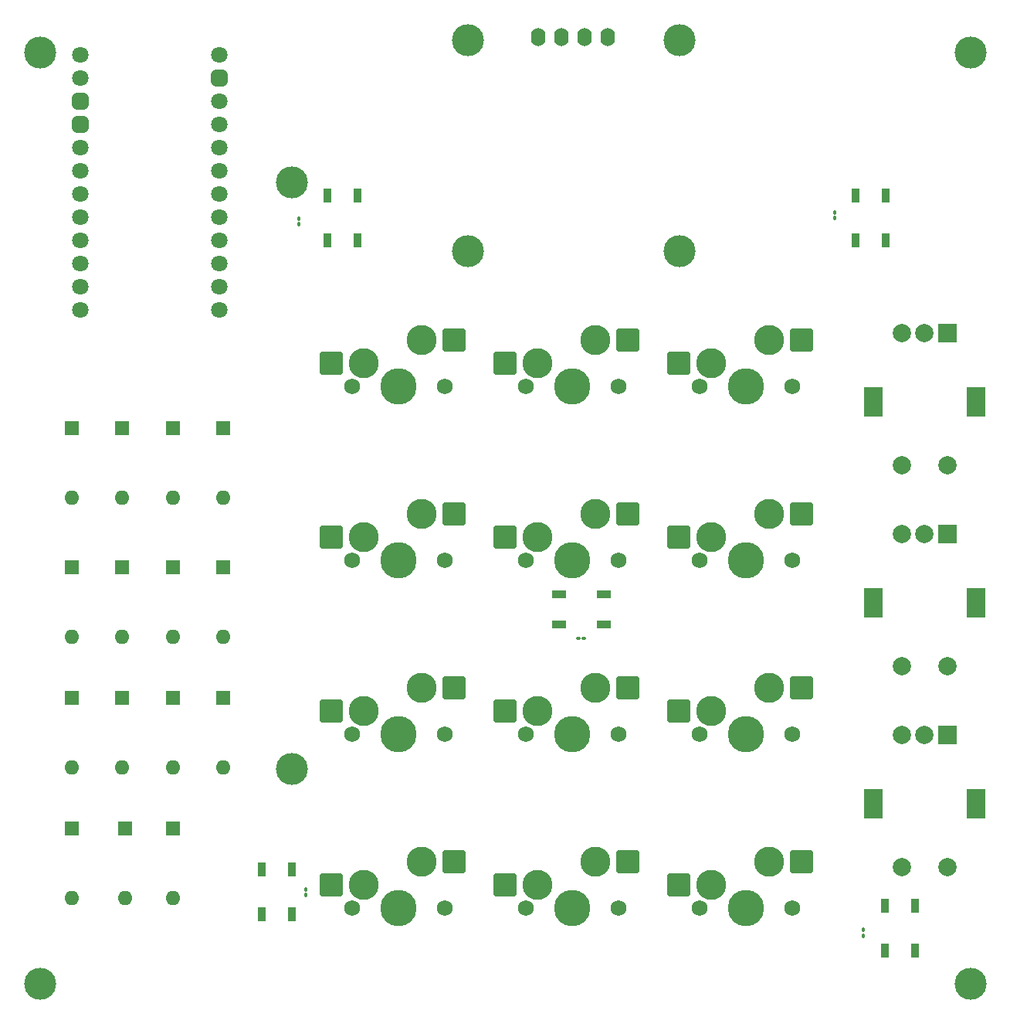
<source format=gbs>
G04 #@! TF.GenerationSoftware,KiCad,Pcbnew,7.0.5*
G04 #@! TF.CreationDate,2023-07-12T22:01:21-07:00*
G04 #@! TF.ProjectId,Custom_KeyPad,43757374-6f6d-45f4-9b65-795061642e6b,rev?*
G04 #@! TF.SameCoordinates,Original*
G04 #@! TF.FileFunction,Soldermask,Bot*
G04 #@! TF.FilePolarity,Negative*
%FSLAX46Y46*%
G04 Gerber Fmt 4.6, Leading zero omitted, Abs format (unit mm)*
G04 Created by KiCad (PCBNEW 7.0.5) date 2023-07-12 22:01:21*
%MOMM*%
%LPD*%
G01*
G04 APERTURE LIST*
G04 Aperture macros list*
%AMRoundRect*
0 Rectangle with rounded corners*
0 $1 Rounding radius*
0 $2 $3 $4 $5 $6 $7 $8 $9 X,Y pos of 4 corners*
0 Add a 4 corners polygon primitive as box body*
4,1,4,$2,$3,$4,$5,$6,$7,$8,$9,$2,$3,0*
0 Add four circle primitives for the rounded corners*
1,1,$1+$1,$2,$3*
1,1,$1+$1,$4,$5*
1,1,$1+$1,$6,$7*
1,1,$1+$1,$8,$9*
0 Add four rect primitives between the rounded corners*
20,1,$1+$1,$2,$3,$4,$5,0*
20,1,$1+$1,$4,$5,$6,$7,0*
20,1,$1+$1,$6,$7,$8,$9,0*
20,1,$1+$1,$8,$9,$2,$3,0*%
G04 Aperture macros list end*
%ADD10C,3.500000*%
%ADD11C,2.600000*%
%ADD12O,1.600000X2.000000*%
%ADD13C,1.800000*%
%ADD14RoundRect,0.450000X-0.450000X-0.450000X0.450000X-0.450000X0.450000X0.450000X-0.450000X0.450000X0*%
%ADD15C,2.000000*%
%ADD16R,2.000000X3.200000*%
%ADD17R,2.000000X2.000000*%
%ADD18C,3.300000*%
%ADD19RoundRect,0.250000X1.025000X1.000000X-1.025000X1.000000X-1.025000X-1.000000X1.025000X-1.000000X0*%
%ADD20C,1.750000*%
%ADD21C,3.987800*%
%ADD22R,1.500000X0.900000*%
%ADD23R,0.900000X1.500000*%
%ADD24R,1.600000X1.600000*%
%ADD25O,1.600000X1.600000*%
%ADD26RoundRect,0.100000X0.130000X0.100000X-0.130000X0.100000X-0.130000X-0.100000X0.130000X-0.100000X0*%
%ADD27RoundRect,0.100000X-0.100000X0.130000X-0.100000X-0.130000X0.100000X-0.130000X0.100000X0.130000X0*%
G04 APERTURE END LIST*
D10*
X147947592Y-60772480D03*
D11*
X147947592Y-60772480D03*
D10*
X171153689Y-60772695D03*
D11*
X171153689Y-60772695D03*
D10*
X171158857Y-37656395D03*
D11*
X171158857Y-37656395D03*
D10*
X147943149Y-37649935D03*
D11*
X147943149Y-37649935D03*
D12*
X163243750Y-37262500D03*
X160703750Y-37262500D03*
X155623750Y-37262500D03*
X158163750Y-37262500D03*
D10*
X128587500Y-117475000D03*
D11*
X128587500Y-117475000D03*
D10*
X128587500Y-53181250D03*
D11*
X128587500Y-53181250D03*
X101000000Y-141000000D03*
D10*
X101000000Y-141000000D03*
X101000000Y-39000000D03*
D11*
X101000000Y-39000000D03*
X203000000Y-141000000D03*
D10*
X203000000Y-141000000D03*
X203000000Y-39000000D03*
D11*
X203000000Y-39000000D03*
D13*
X105380000Y-39211250D03*
X105380000Y-41751250D03*
D14*
X105380000Y-44291250D03*
X105380000Y-46831250D03*
D13*
X105380000Y-49371250D03*
X105380000Y-51911250D03*
X105380000Y-54451250D03*
X105380000Y-56991250D03*
X105380000Y-59531250D03*
X105380000Y-62071250D03*
X105380000Y-64611250D03*
X105380000Y-67151250D03*
X120620000Y-39211250D03*
D14*
X120620000Y-41751250D03*
D13*
X120620000Y-44291250D03*
X120620000Y-46831250D03*
X120620000Y-49371250D03*
X120620000Y-51911250D03*
X120620000Y-54451250D03*
X120620000Y-56991250D03*
X120620000Y-59531250D03*
X120620000Y-62071250D03*
X120620000Y-64611250D03*
X120620000Y-67151250D03*
D15*
X200500000Y-128250000D03*
X195500000Y-128250000D03*
D16*
X203600000Y-121250000D03*
X192400000Y-121250000D03*
D15*
X198000000Y-113750000D03*
X195500000Y-113750000D03*
D17*
X200500000Y-113750000D03*
D15*
X200500000Y-106250000D03*
X195500000Y-106250000D03*
D16*
X203600000Y-99250000D03*
X192400000Y-99250000D03*
D15*
X198000000Y-91750000D03*
X195500000Y-91750000D03*
D17*
X200500000Y-91750000D03*
D15*
X200500000Y-84250000D03*
X195500000Y-84250000D03*
D16*
X203600000Y-77250000D03*
X192400000Y-77250000D03*
D15*
X198000000Y-69750000D03*
X195500000Y-69750000D03*
D17*
X200500000Y-69750000D03*
D18*
X142875000Y-127635000D03*
D19*
X146425000Y-127635000D03*
X132975000Y-130175000D03*
D18*
X136525000Y-130175000D03*
D20*
X135255000Y-132715000D03*
D21*
X140335000Y-132715000D03*
D20*
X145415000Y-132715000D03*
D18*
X161925000Y-127635000D03*
D19*
X165475000Y-127635000D03*
X152025000Y-130175000D03*
D18*
X155575000Y-130175000D03*
D20*
X154305000Y-132715000D03*
D21*
X159385000Y-132715000D03*
D20*
X164465000Y-132715000D03*
D18*
X180975000Y-127635000D03*
D19*
X184525000Y-127635000D03*
X171075000Y-130175000D03*
D18*
X174625000Y-130175000D03*
D20*
X173355000Y-132715000D03*
D21*
X178435000Y-132715000D03*
D20*
X183515000Y-132715000D03*
D18*
X142875000Y-108585000D03*
D19*
X146425000Y-108585000D03*
X132975000Y-111125000D03*
D18*
X136525000Y-111125000D03*
D20*
X135255000Y-113665000D03*
D21*
X140335000Y-113665000D03*
D20*
X145415000Y-113665000D03*
D18*
X161925000Y-108585000D03*
D19*
X165475000Y-108585000D03*
X152025000Y-111125000D03*
D18*
X155575000Y-111125000D03*
D20*
X154305000Y-113665000D03*
D21*
X159385000Y-113665000D03*
D20*
X164465000Y-113665000D03*
D18*
X180975000Y-108585000D03*
D19*
X184525000Y-108585000D03*
X171075000Y-111125000D03*
D18*
X174625000Y-111125000D03*
D20*
X173355000Y-113665000D03*
D21*
X178435000Y-113665000D03*
D20*
X183515000Y-113665000D03*
D18*
X142875000Y-89535000D03*
D19*
X146425000Y-89535000D03*
X132975000Y-92075000D03*
D18*
X136525000Y-92075000D03*
D20*
X135255000Y-94615000D03*
D21*
X140335000Y-94615000D03*
D20*
X145415000Y-94615000D03*
D18*
X161925000Y-89535000D03*
D19*
X165475000Y-89535000D03*
X152025000Y-92075000D03*
D18*
X155575000Y-92075000D03*
D20*
X154305000Y-94615000D03*
D21*
X159385000Y-94615000D03*
D20*
X164465000Y-94615000D03*
D18*
X180975000Y-89535000D03*
D19*
X184525000Y-89535000D03*
X171075000Y-92075000D03*
D18*
X174625000Y-92075000D03*
D20*
X173355000Y-94615000D03*
D21*
X178435000Y-94615000D03*
D20*
X183515000Y-94615000D03*
D18*
X142875000Y-70485000D03*
D19*
X146425000Y-70485000D03*
X132975000Y-73025000D03*
D18*
X136525000Y-73025000D03*
D20*
X135255000Y-75565000D03*
D21*
X140335000Y-75565000D03*
D20*
X145415000Y-75565000D03*
X164465000Y-75565000D03*
D21*
X159385000Y-75565000D03*
D20*
X154305000Y-75565000D03*
D18*
X155575000Y-73025000D03*
D19*
X152025000Y-73025000D03*
X165475000Y-70485000D03*
D18*
X161925000Y-70485000D03*
X180975000Y-70485000D03*
D19*
X184525000Y-70485000D03*
X171075000Y-73025000D03*
D18*
X174625000Y-73025000D03*
D20*
X173355000Y-75565000D03*
D21*
X178435000Y-75565000D03*
D20*
X183515000Y-75565000D03*
D22*
X157887500Y-98362500D03*
X157887500Y-101662500D03*
X162787500Y-101662500D03*
X162787500Y-98362500D03*
D23*
X125350000Y-133418750D03*
X128650000Y-133418750D03*
X128650000Y-128518750D03*
X125350000Y-128518750D03*
X193612500Y-132487500D03*
X196912500Y-132487500D03*
X196912500Y-137387500D03*
X193612500Y-137387500D03*
X190437500Y-59600000D03*
X193737500Y-59600000D03*
X193737500Y-54700000D03*
X190437500Y-54700000D03*
X132493750Y-59600000D03*
X135793750Y-59600000D03*
X135793750Y-54700000D03*
X132493750Y-54700000D03*
D24*
X121112500Y-80140000D03*
D25*
X121112500Y-87760000D03*
D24*
X121112500Y-95380000D03*
D25*
X121112500Y-103000000D03*
D24*
X121112500Y-109667500D03*
D25*
X121112500Y-117287500D03*
X115556250Y-131603750D03*
D24*
X115556250Y-123983750D03*
D25*
X110331250Y-131603750D03*
D24*
X110331250Y-123983750D03*
X104443750Y-123983750D03*
D25*
X104443750Y-131603750D03*
D24*
X115556250Y-109667500D03*
D25*
X115556250Y-117287500D03*
D24*
X110000000Y-109667500D03*
D25*
X110000000Y-117287500D03*
D24*
X104443750Y-109667500D03*
D25*
X104443750Y-117287500D03*
D24*
X115556250Y-95380000D03*
D25*
X115556250Y-103000000D03*
X110000000Y-103000000D03*
D24*
X110000000Y-95380000D03*
X104443750Y-95380000D03*
D25*
X104443750Y-103000000D03*
D24*
X115556250Y-80140000D03*
D25*
X115556250Y-87760000D03*
D24*
X110000000Y-80140000D03*
D25*
X110000000Y-87760000D03*
D24*
X104443750Y-80140000D03*
D25*
X104443750Y-87760000D03*
D26*
X160017500Y-103187500D03*
X160657500Y-103187500D03*
D27*
X130175000Y-130648750D03*
X130175000Y-131288750D03*
X191293750Y-135091250D03*
X191293750Y-135731250D03*
X188118750Y-56510000D03*
X188118750Y-57150000D03*
X129381250Y-57175000D03*
X129381250Y-57815000D03*
M02*

</source>
